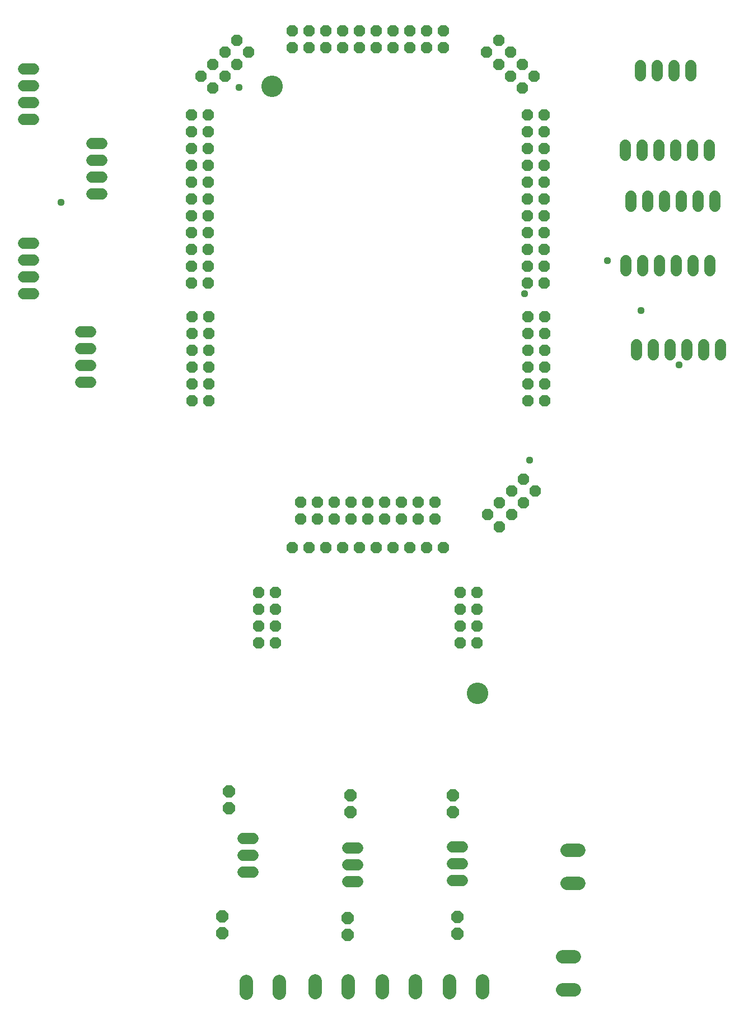
<source format=gbr>
G04 EAGLE Gerber RS-274X export*
G75*
%MOMM*%
%FSLAX34Y34*%
%LPD*%
%INSoldermask Bottom*%
%IPPOS*%
%AMOC8*
5,1,8,0,0,1.08239X$1,22.5*%
G01*
%ADD10C,1.993900*%
%ADD11C,1.727200*%
%ADD12P,1.852186X8X22.500000*%
%ADD13P,1.852186X8X202.500000*%
%ADD14P,1.852186X8X67.500000*%
%ADD15P,1.852186X8X337.500000*%
%ADD16C,3.251200*%
%ADD17P,1.951982X8X112.500000*%
%ADD18C,1.117600*%


D10*
X835200Y207047D02*
X835200Y224954D01*
X885200Y224954D02*
X885200Y207047D01*
X1142100Y207847D02*
X1142100Y225754D01*
X1192100Y225754D02*
X1192100Y207847D01*
X1040500Y207847D02*
X1040500Y225754D01*
X1090500Y225754D02*
X1090500Y207847D01*
X938900Y207847D02*
X938900Y225754D01*
X988900Y225754D02*
X988900Y207847D01*
D11*
X1146480Y376700D02*
X1161720Y376700D01*
X1161720Y402100D02*
X1146480Y402100D01*
X1146480Y427500D02*
X1161720Y427500D01*
X1003420Y375700D02*
X988180Y375700D01*
X988180Y401100D02*
X1003420Y401100D01*
X1003420Y426500D02*
X988180Y426500D01*
X845120Y389700D02*
X829880Y389700D01*
X829880Y415100D02*
X845120Y415100D01*
X845120Y440500D02*
X829880Y440500D01*
D10*
X1320347Y372700D02*
X1338254Y372700D01*
X1338254Y422700D02*
X1320347Y422700D01*
D11*
X513720Y1603300D02*
X498480Y1603300D01*
X498480Y1577900D02*
X513720Y1577900D01*
X513720Y1552500D02*
X498480Y1552500D01*
X498480Y1527100D02*
X513720Y1527100D01*
X601780Y1490300D02*
X617020Y1490300D01*
X617020Y1464900D02*
X601780Y1464900D01*
X601780Y1439500D02*
X617020Y1439500D01*
X617020Y1414100D02*
X601780Y1414100D01*
X513320Y1339300D02*
X498080Y1339300D01*
X498080Y1313900D02*
X513320Y1313900D01*
X513320Y1288500D02*
X498080Y1288500D01*
X498080Y1263100D02*
X513320Y1263100D01*
X584180Y1205800D02*
X599420Y1205800D01*
X599420Y1180400D02*
X584180Y1180400D01*
X584180Y1155000D02*
X599420Y1155000D01*
X599420Y1129600D02*
X584180Y1129600D01*
D12*
X904340Y1660860D03*
X904340Y1635460D03*
X929740Y1660860D03*
X955140Y1635460D03*
X955140Y1660860D03*
X980540Y1635460D03*
X980540Y1660860D03*
X1005940Y1635460D03*
X1005940Y1660860D03*
X1031340Y1635460D03*
X1031340Y1660860D03*
X1056740Y1635460D03*
X1056740Y1660860D03*
X1082140Y1635460D03*
X1082140Y1660860D03*
X1107540Y1635460D03*
X1107540Y1660860D03*
X929740Y1635460D03*
X1132940Y1660860D03*
X1132940Y1635460D03*
X917167Y948492D03*
X917167Y923092D03*
X942567Y948492D03*
X967967Y923092D03*
X967967Y948492D03*
X993367Y923092D03*
X993367Y948492D03*
X1018767Y923092D03*
X1018767Y948492D03*
X1044167Y923092D03*
X1044167Y948492D03*
X1069567Y923092D03*
X1069567Y948492D03*
X1094967Y923092D03*
X1094967Y948492D03*
X1120367Y923092D03*
X1120367Y948492D03*
X942567Y923092D03*
X1006118Y879810D03*
X1031518Y879810D03*
X1056918Y879810D03*
X1082318Y879810D03*
X1107718Y879810D03*
X1133118Y879810D03*
X980718Y879810D03*
X955318Y879810D03*
X929918Y879810D03*
X904518Y879810D03*
X753210Y1177625D03*
X778610Y1177625D03*
X778610Y1203025D03*
X753210Y1203025D03*
X753210Y1228425D03*
X778610Y1228425D03*
X753210Y1152225D03*
X778610Y1152225D03*
X778610Y1126825D03*
X753210Y1126825D03*
X753210Y1101425D03*
X778610Y1101425D03*
D13*
X1261032Y1178006D03*
X1261032Y1203406D03*
X1286432Y1203406D03*
X1286432Y1228806D03*
X1261032Y1228806D03*
X1286432Y1152606D03*
X1261032Y1152606D03*
X1261032Y1127206D03*
X1286432Y1127206D03*
X1286432Y1101806D03*
X1261032Y1101806D03*
X1286432Y1178006D03*
D12*
X752042Y1406860D03*
X777442Y1406860D03*
X752042Y1432260D03*
X777442Y1432260D03*
X752042Y1457660D03*
X777442Y1457660D03*
X752042Y1483060D03*
X752042Y1508460D03*
X752042Y1533860D03*
X777442Y1483060D03*
X777442Y1508460D03*
X777442Y1533860D03*
X752042Y1381460D03*
X777442Y1381460D03*
X777442Y1356060D03*
X752042Y1356060D03*
X752042Y1330660D03*
X777442Y1330660D03*
X752042Y1305260D03*
X777442Y1305260D03*
X777442Y1279860D03*
X752042Y1279860D03*
X1259940Y1406860D03*
X1285340Y1406860D03*
X1285340Y1432260D03*
X1259940Y1432260D03*
X1259940Y1457660D03*
X1285340Y1457660D03*
X1285340Y1483060D03*
X1285340Y1508460D03*
X1285340Y1533860D03*
X1259940Y1483060D03*
X1259940Y1508460D03*
X1259940Y1533860D03*
X1285340Y1279860D03*
X1259940Y1279860D03*
X1259940Y1305260D03*
X1285340Y1305260D03*
X1285340Y1330660D03*
X1285340Y1356060D03*
X1285340Y1381460D03*
X1259940Y1330660D03*
X1259940Y1356060D03*
X1259940Y1381460D03*
D14*
X802715Y1628071D03*
X820675Y1610111D03*
X820675Y1646032D03*
X838636Y1628071D03*
X784754Y1610111D03*
X802715Y1592150D03*
X766794Y1592150D03*
X784754Y1574190D03*
D15*
X1216642Y1646045D03*
X1198682Y1628085D03*
X1234603Y1628085D03*
X1216642Y1610124D03*
X1252563Y1610124D03*
X1234603Y1592164D03*
X1270524Y1592164D03*
X1252563Y1574203D03*
D14*
X1200239Y929561D03*
X1218199Y911601D03*
X1218199Y947522D03*
X1236160Y929561D03*
X1236160Y965482D03*
X1254120Y947522D03*
X1254120Y983443D03*
X1272081Y965482D03*
D16*
X873860Y1577040D03*
X1185010Y660100D03*
D12*
X853540Y812500D03*
X878940Y812500D03*
X853540Y787100D03*
X878940Y787100D03*
X853540Y761700D03*
X878940Y761700D03*
X853540Y736300D03*
X878940Y736300D03*
X1158340Y812500D03*
X1183740Y812500D03*
X1158340Y787100D03*
X1183740Y787100D03*
X1158340Y761700D03*
X1183740Y761700D03*
X1158340Y736300D03*
X1183740Y736300D03*
D11*
X1431000Y1593080D02*
X1431000Y1608320D01*
X1456400Y1608320D02*
X1456400Y1593080D01*
X1481800Y1593080D02*
X1481800Y1608320D01*
X1507200Y1608320D02*
X1507200Y1593080D01*
D17*
X1154700Y296200D03*
X1154700Y321600D03*
X988700Y295200D03*
X988700Y320600D03*
X798700Y297200D03*
X798700Y322600D03*
X1147300Y480600D03*
X1147300Y506000D03*
X992600Y480600D03*
X992600Y506000D03*
X808700Y486200D03*
X808700Y511600D03*
D10*
X1313747Y211700D02*
X1331654Y211700D01*
X1331654Y261700D02*
X1313747Y261700D01*
D11*
X1416500Y1395380D02*
X1416500Y1410620D01*
X1441900Y1410620D02*
X1441900Y1395380D01*
X1467300Y1395380D02*
X1467300Y1410620D01*
X1492700Y1410620D02*
X1492700Y1395380D01*
X1518100Y1395380D02*
X1518100Y1410620D01*
X1543500Y1410620D02*
X1543500Y1395380D01*
X1425500Y1186620D02*
X1425500Y1171380D01*
X1450900Y1171380D02*
X1450900Y1186620D01*
X1476300Y1186620D02*
X1476300Y1171380D01*
X1501700Y1171380D02*
X1501700Y1186620D01*
X1527100Y1186620D02*
X1527100Y1171380D01*
X1552500Y1171380D02*
X1552500Y1186620D01*
X1409500Y1298380D02*
X1409500Y1313620D01*
X1434900Y1313620D02*
X1434900Y1298380D01*
X1460300Y1298380D02*
X1460300Y1313620D01*
X1485700Y1313620D02*
X1485700Y1298380D01*
X1511100Y1298380D02*
X1511100Y1313620D01*
X1536500Y1313620D02*
X1536500Y1298380D01*
X1408500Y1472380D02*
X1408500Y1487620D01*
X1433900Y1487620D02*
X1433900Y1472380D01*
X1459300Y1472380D02*
X1459300Y1487620D01*
X1484700Y1487620D02*
X1484700Y1472380D01*
X1510100Y1472380D02*
X1510100Y1487620D01*
X1535500Y1487620D02*
X1535500Y1472380D01*
D18*
X1256000Y1263536D03*
X1489616Y1155520D03*
X1381600Y1313776D03*
X1431840Y1238416D03*
X1263536Y1012336D03*
X823936Y1575024D03*
X555152Y1401696D03*
M02*

</source>
